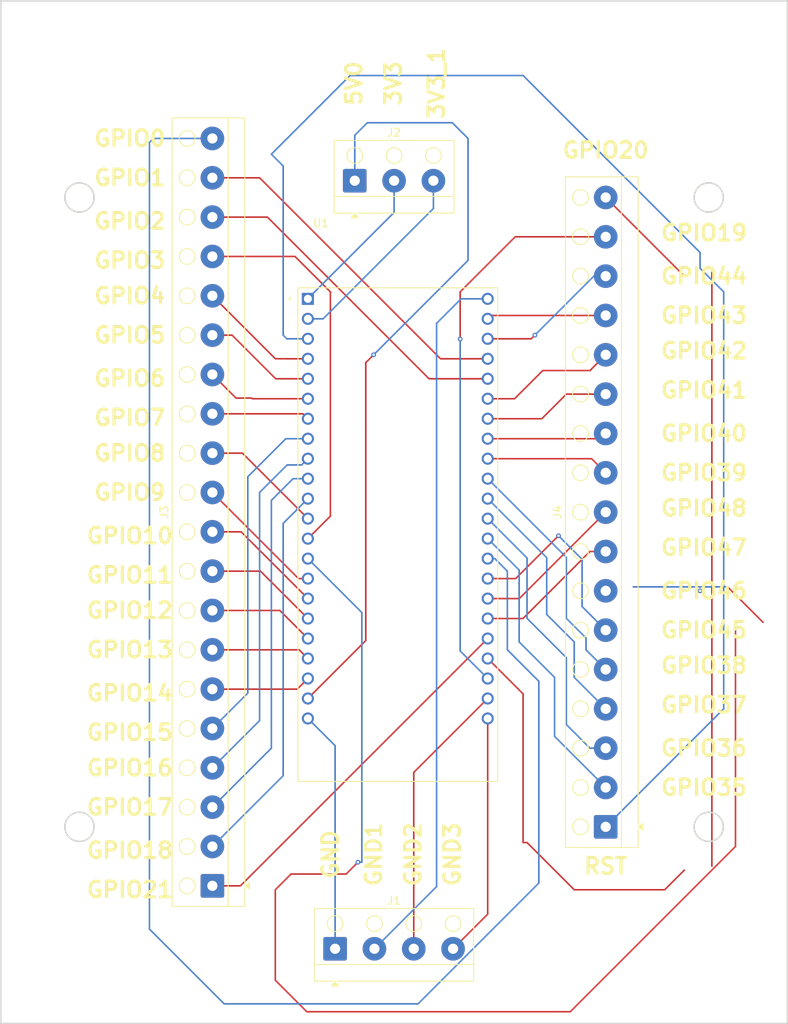
<source format=kicad_pcb>
(kicad_pcb (version 20241229) (generator "pcbnew") (generator_version "9.0")
  (layers (0 "F.Cu" signal) (2 "B.Cu" signal) (13 "F.Paste" user) (15 "B.Paste" user) (5 "F.SilkS" user "F.Silkscreen") (7 "B.SilkS" user "B.Silkscreen") (1 "F.Mask" user) (3 "B.Mask" user) (25 "Edge.Cuts" user))
  (net 0 "")
  (net 1 "Net-(J1-Pin_4)")
  (net 2 "Net-(J1-Pin_2)")
  (net 3 "Net-(J1-Pin_3)")
  (net 4 "Net-(J1-Pin_1)")
  (net 5 "Net-(J3-Pin_17)")
  (net 6 "Net-(J3-Pin_9)")
  (net 7 "Net-(J3-Pin_13)")
  (net 8 "Net-(J3-Pin_2)")
  (net 9 "Net-(J3-Pin_1)")
  (net 10 "Net-(J3-Pin_11)")
  (net 11 "Net-(J3-Pin_18)")
  (net 12 "Net-(J3-Pin_5)")
  (net 13 "Net-(J3-Pin_8)")
  (net 14 "Net-(J3-Pin_7)")
  (net 15 "Net-(J3-Pin_3)")
  (net 16 "Net-(J3-Pin_12)")
  (net 17 "Net-(J3-Pin_16)")
  (net 18 "Net-(J3-Pin_19)")
  (net 19 "Net-(J3-Pin_20)")
  (net 20 "Net-(J3-Pin_14)")
  (net 21 "Net-(J3-Pin_10)")
  (net 22 "Net-(J3-Pin_6)")
  (net 23 "Net-(J3-Pin_15)")
  (net 24 "Net-(J3-Pin_4)")
  (net 25 "Net-(J4-Pin_14)")
  (net 26 "Net-(J4-Pin_13)")
  (net 27 "Net-(J4-Pin_15)")
  (net 28 "Net-(J4-Pin_1)")
  (net 29 "Net-(J4-Pin_8)")
  (net 30 "Net-(J4-Pin_2)")
  (net 31 "Net-(J4-Pin_7)")
  (net 32 "Net-(J4-Pin_4)")
  (net 33 "Net-(J4-Pin_12)")
  (net 34 "Net-(J4-Pin_16)")
  (net 35 "Net-(J4-Pin_5)")
  (net 36 "Net-(J4-Pin_11)")
  (net 37 "Net-(J4-Pin_3)")
  (net 38 "Net-(J4-Pin_17)")
  (net 39 "Net-(J4-Pin_6)")
  (net 40 "Net-(J4-Pin_9)")
  (net 41 "Net-(J4-Pin_10)")
  (net 42 "Net-(J2-Pin_1)")
  (net 43 "Net-(J2-Pin_3)")
  (net 44 "Net-(J2-Pin_2)")
  (footprint "TerminalBlock_Altech:Altech_AK100_1x04_P5.00mm" (layer "F.Cu") (at 106.5995 149)
    (property "Reference" "J1" (at 7.5 -6.12 0) (layer "F.SilkS"))
    (property "Value" "Screw_Terminal_01x04")
    (fp_line (start -2.62 -5.12) (end 17.62 -5.12) (stroke (width 0.12)) (layer "F.SilkS"))
    (fp_line (start -2.62 2) (end 17.62 2) (stroke (width 0.12)) (layer "F.SilkS"))
    (fp_line (start -2.62 4.12) (end -2.62 -5.12) (stroke (width 0.12)) (layer "F.SilkS"))
    (fp_line (start -0.3 4.12) (end -2.62 4.12) (stroke (width 0.12)) (layer "F.SilkS"))
    (fp_line (start 17.62 -5.12) (end 17.62 4.12) (stroke (width 0.12)) (layer "F.SilkS"))
    (fp_line (start 17.62 4.12) (end 0.3 4.12) (stroke (width 0.12)) (layer "F.SilkS"))
    (fp_circle (center 0 -3.2) (end 1 -3.2) (stroke (width 0.12)) (fill no) (layer "F.SilkS"))
    (fp_circle (center 5 -3.2) (end 6 -3.2) (stroke (width 0.12)) (fill no) (layer "F.SilkS"))
    (fp_circle (center 10 -3.2) (end 11 -3.2) (stroke (width 0.12)) (fill no) (layer "F.SilkS"))
    (fp_circle (center 15 -3.2) (end 16 -3.2) (stroke (width 0.12)) (fill no) (layer "F.SilkS"))
    (fp_poly (pts (xy 0 4.12) (xy 0.44 4.73) (xy -0.44 4.73)) (stroke (width 0.12)) (fill yes) (layer "F.SilkS"))
    (pad "1" thru_hole roundrect (at 0 0) (size 3 3) (drill 1.3) (layers "*.Cu" "*.Mask") (roundrect_rratio 0.083333) (net 4 "Net-(J1-Pin_1)"))
    (pad "2" thru_hole circle (at 5 0) (size 3 3) (drill 1.3) (layers "*.Cu" "*.Mask") (net 2 "Net-(J1-Pin_2)"))
    (pad "3" thru_hole circle (at 10 0) (size 3 3) (drill 1.3) (layers "*.Cu" "*.Mask") (net 3 "Net-(J1-Pin_3)"))
    (pad "4" thru_hole circle (at 15 0) (size 3 3) (drill 1.3) (layers "*.Cu" "*.Mask") (net 1 "Net-(J1-Pin_4)"))
  )
  (footprint "TerminalBlock_Altech:Altech_AK100_1x17_P5.00mm" (layer "F.Cu") (at 141 133.5 90)
    (property "Reference" "J4" (at 40 -6.12 90) (layer "F.SilkS"))
    (property "Value" "Screw_Terminal_01x17")
    (fp_line (start 82.62 -5.12) (end 82.62 4.12) (stroke (width 0.12)) (layer "F.SilkS"))
    (fp_line (start -2.62 -5.12) (end 82.62 -5.12) (stroke (width 0.12)) (layer "F.SilkS"))
    (fp_line (start -2.62 2) (end 82.62 2) (stroke (width 0.12)) (layer "F.SilkS"))
    (fp_line (start 82.62 4.12) (end 0.3 4.12) (stroke (width 0.12)) (layer "F.SilkS"))
    (fp_line (start -0.3 4.12) (end -2.62 4.12) (stroke (width 0.12)) (layer "F.SilkS"))
    (fp_line (start -2.62 4.12) (end -2.62 -5.12) (stroke (width 0.12)) (layer "F.SilkS"))
    (fp_circle (center 80 -3.2) (end 81 -3.2) (stroke (width 0.12)) (fill no) (layer "F.SilkS"))
    (fp_circle (center 75 -3.2) (end 76 -3.2) (stroke (width 0.12)) (fill no) (layer "F.SilkS"))
    (fp_circle (center 70 -3.2) (end 71 -3.2) (stroke (width 0.12)) (fill no) (layer "F.SilkS"))
    (fp_circle (center 65 -3.2) (end 66 -3.2) (stroke (width 0.12)) (fill no) (layer "F.SilkS"))
    (fp_circle (center 60 -3.2) (end 61 -3.2) (stroke (width 0.12)) (fill no) (layer "F.SilkS"))
    (fp_circle (center 55 -3.2) (end 56 -3.2) (stroke (width 0.12)) (fill no) (layer "F.SilkS"))
    (fp_circle (center 50 -3.2) (end 51 -3.2) (stroke (width 0.12)) (fill no) (layer "F.SilkS"))
    (fp_circle (center 45 -3.2) (end 46 -3.2) (stroke (width 0.12)) (fill no) (layer "F.SilkS"))
    (fp_circle (center 40 -3.2) (end 41 -3.2) (stroke (width 0.12)) (fill no) (layer "F.SilkS"))
    (fp_circle (center 35 -3.2) (end 36 -3.2) (stroke (width 0.12)) (fill no) (layer "F.SilkS"))
    (fp_circle (center 30 -3.2) (end 31 -3.2) (stroke (width 0.12)) (fill no) (layer "F.SilkS"))
    (fp_circle (center 25 -3.2) (end 26 -3.2) (stroke (width 0.12)) (fill no) (layer "F.SilkS"))
    (fp_circle (center 20 -3.2) (end 21 -3.2) (stroke (width 0.12)) (fill no) (layer "F.SilkS"))
    (fp_circle (center 15 -3.2) (end 16 -3.2) (stroke (width 0.12)) (fill no) (layer "F.SilkS"))
    (fp_circle (center 10 -3.2) (end 11 -3.2) (stroke (width 0.12)) (fill no) (layer "F.SilkS"))
    (fp_circle (center 5 -3.2) (end 6 -3.2) (stroke (width 0.12)) (fill no) (layer "F.SilkS"))
    (fp_circle (center 0 -3.2) (end 1 -3.2) (stroke (width 0.12)) (fill no) (layer "F.SilkS"))
    (fp_poly (pts (xy 0 4.12) (xy 0.44 4.73) (xy -0.44 4.73)) (stroke (width 0.12)) (fill yes) (layer "F.SilkS"))
    (pad "1" thru_hole roundrect (at 0 0 90) (size 3 3) (drill 1.3) (layers "*.Cu" "*.Mask") (roundrect_rratio 0.083333) (net 28 "Net-(J4-Pin_1)"))
    (pad "2" thru_hole circle (at 5 0 90) (size 3 3) (drill 1.3) (layers "*.Cu" "*.Mask") (net 30 "Net-(J4-Pin_2)"))
    (pad "3" thru_hole circle (at 10 0 90) (size 3 3) (drill 1.3) (layers "*.Cu" "*.Mask") (net 37 "Net-(J4-Pin_3)"))
    (pad "4" thru_hole circle (at 15 0 90) (size 3 3) (drill 1.3) (layers "*.Cu" "*.Mask") (net 32 "Net-(J4-Pin_4)"))
    (pad "5" thru_hole circle (at 20 0 90) (size 3 3) (drill 1.3) (layers "*.Cu" "*.Mask") (net 35 "Net-(J4-Pin_5)"))
    (pad "6" thru_hole circle (at 25 0 90) (size 3 3) (drill 1.3) (layers "*.Cu" "*.Mask") (net 39 "Net-(J4-Pin_6)"))
    (pad "7" thru_hole circle (at 30 0 90) (size 3 3) (drill 1.3) (layers "*.Cu" "*.Mask") (net 31 "Net-(J4-Pin_7)"))
    (pad "8" thru_hole circle (at 35 0 90) (size 3 3) (drill 1.3) (layers "*.Cu" "*.Mask") (net 29 "Net-(J4-Pin_8)"))
    (pad "9" thru_hole circle (at 40 0 90) (size 3 3) (drill 1.3) (layers "*.Cu" "*.Mask") (net 40 "Net-(J4-Pin_9)"))
    (pad "10" thru_hole circle (at 45 0 90) (size 3 3) (drill 1.3) (layers "*.Cu" "*.Mask") (net 41 "Net-(J4-Pin_10)"))
    (pad "11" thru_hole circle (at 50 0 90) (size 3 3) (drill 1.3) (layers "*.Cu" "*.Mask") (net 36 "Net-(J4-Pin_11)"))
    (pad "12" thru_hole circle (at 55 0 90) (size 3 3) (drill 1.3) (layers "*.Cu" "*.Mask") (net 33 "Net-(J4-Pin_12)"))
    (pad "13" thru_hole circle (at 60 0 90) (size 3 3) (drill 1.3) (layers "*.Cu" "*.Mask") (net 26 "Net-(J4-Pin_13)"))
    (pad "14" thru_hole circle (at 65 0 90) (size 3 3) (drill 1.3) (layers "*.Cu" "*.Mask") (net 25 "Net-(J4-Pin_14)"))
    (pad "15" thru_hole circle (at 70 0 90) (size 3 3) (drill 1.3) (layers "*.Cu" "*.Mask") (net 27 "Net-(J4-Pin_15)"))
    (pad "16" thru_hole circle (at 75 0 90) (size 3 3) (drill 1.3) (layers "*.Cu" "*.Mask") (net 34 "Net-(J4-Pin_16)"))
    (pad "17" thru_hole circle (at 80 0 90) (size 3 3) (drill 1.3) (layers "*.Cu" "*.Mask") (net 38 "Net-(J4-Pin_17)"))
  )
  (footprint "TerminalBlock_Altech:Altech_AK100_1x03_P5.00mm" (layer "F.Cu") (at 109.0995 51.3675)
    (property "Reference" "J2" (at 5 -6.12 0) (layer "F.SilkS"))
    (property "Value" "Screw_Terminal_01x03")
    (fp_line (start -2.62 -5.12) (end 12.62 -5.12) (stroke (width 0.12)) (layer "F.SilkS"))
    (fp_line (start -2.62 2) (end 12.62 2) (stroke (width 0.12)) (layer "F.SilkS"))
    (fp_line (start -2.62 4.12) (end -2.62 -5.12) (stroke (width 0.12)) (layer "F.SilkS"))
    (fp_line (start -0.3 4.12) (end -2.62 4.12) (stroke (width 0.12)) (layer "F.SilkS"))
    (fp_line (start 12.62 -5.12) (end 12.62 4.12) (stroke (width 0.12)) (layer "F.SilkS"))
    (fp_line (start 12.62 4.12) (end 0.3 4.12) (stroke (width 0.12)) (layer "F.SilkS"))
    (fp_circle (center 0 -3.2) (end 1 -3.2) (stroke (width 0.12)) (fill no) (layer "F.SilkS"))
    (fp_circle (center 5 -3.2) (end 6 -3.2) (stroke (width 0.12)) (fill no) (layer "F.SilkS"))
    (fp_circle (center 10 -3.2) (end 11 -3.2) (stroke (width 0.12)) (fill no) (layer "F.SilkS"))
    (fp_poly (pts (xy 0 4.12) (xy 0.44 4.73) (xy -0.44 4.73)) (stroke (width 0.12)) (fill yes) (layer "F.SilkS"))
    (pad "1" thru_hole roundrect (at 0 0) (size 3 3) (drill 1.3) (layers "*.Cu" "*.Mask") (roundrect_rratio 0.083333) (net 42 "Net-(J2-Pin_1)"))
    (pad "2" thru_hole circle (at 5 0) (size 3 3) (drill 1.3) (layers "*.Cu" "*.Mask") (net 44 "Net-(J2-Pin_2)"))
    (pad "3" thru_hole circle (at 10 0) (size 3 3) (drill 1.3) (layers "*.Cu" "*.Mask") (net 43 "Net-(J2-Pin_3)"))
  )
  (footprint "TerminalBlock_Altech:Altech_AK100_1x20_P5.00mm" (layer "F.Cu") (at 91 141 90)
    (property "Reference" "J3" (at 47.5 -6.12 90) (layer "F.SilkS"))
    (property "Value" "Screw_Terminal_01x20")
    (fp_line (start 97.62 -5.12) (end 97.62 4.12) (stroke (width 0.12)) (layer "F.SilkS"))
    (fp_line (start -2.62 -5.12) (end 97.62 -5.12) (stroke (width 0.12)) (layer "F.SilkS"))
    (fp_line (start -2.62 2) (end 97.62 2) (stroke (width 0.12)) (layer "F.SilkS"))
    (fp_line (start 97.62 4.12) (end 0.3 4.12) (stroke (width 0.12)) (layer "F.SilkS"))
    (fp_line (start -0.3 4.12) (end -2.62 4.12) (stroke (width 0.12)) (layer "F.SilkS"))
    (fp_line (start -2.62 4.12) (end -2.62 -5.12) (stroke (width 0.12)) (layer "F.SilkS"))
    (fp_circle (center 95 -3.2) (end 96 -3.2) (stroke (width 0.12)) (fill no) (layer "F.SilkS"))
    (fp_circle (center 90 -3.2) (end 91 -3.2) (stroke (width 0.12)) (fill no) (layer "F.SilkS"))
    (fp_circle (center 85 -3.2) (end 86 -3.2) (stroke (width 0.12)) (fill no) (layer "F.SilkS"))
    (fp_circle (center 80 -3.2) (end 81 -3.2) (stroke (width 0.12)) (fill no) (layer "F.SilkS"))
    (fp_circle (center 75 -3.2) (end 76 -3.2) (stroke (width 0.12)) (fill no) (layer "F.SilkS"))
    (fp_circle (center 70 -3.2) (end 71 -3.2) (stroke (width 0.12)) (fill no) (layer "F.SilkS"))
    (fp_circle (center 65 -3.2) (end 66 -3.2) (stroke (width 0.12)) (fill no) (layer "F.SilkS"))
    (fp_circle (center 60 -3.2) (end 61 -3.2) (stroke (width 0.12)) (fill no) (layer "F.SilkS"))
    (fp_circle (center 55 -3.2) (end 56 -3.2) (stroke (width 0.12)) (fill no) (layer "F.SilkS"))
    (fp_circle (center 50 -3.2) (end 51 -3.2) (stroke (width 0.12)) (fill no) (layer "F.SilkS"))
    (fp_circle (center 45 -3.2) (end 46 -3.2) (stroke (width 0.12)) (fill no) (layer "F.SilkS"))
    (fp_circle (center 40 -3.2) (end 41 -3.2) (stroke (width 0.12)) (fill no) (layer "F.SilkS"))
    (fp_circle (center 35 -3.2) (end 36 -3.2) (stroke (width 0.12)) (fill no) (layer "F.SilkS"))
    (fp_circle (center 30 -3.2) (end 31 -3.2) (stroke (width 0.12)) (fill no) (layer "F.SilkS"))
    (fp_circle (center 25 -3.2) (end 26 -3.2) (stroke (width 0.12)) (fill no) (layer "F.SilkS"))
    (fp_circle (center 20 -3.2) (end 21 -3.2) (stroke (width 0.12)) (fill no) (layer "F.SilkS"))
    (fp_circle (center 15 -3.2) (end 16 -3.2) (stroke (width 0.12)) (fill no) (layer "F.SilkS"))
    (fp_circle (center 10 -3.2) (end 11 -3.2) (stroke (width 0.12)) (fill no) (layer "F.SilkS"))
    (fp_circle (center 5 -3.2) (end 6 -3.2) (stroke (width 0.12)) (fill no) (layer "F.SilkS"))
    (fp_circle (center 0 -3.2) (end 1 -3.2) (stroke (width 0.12)) (fill no) (layer "F.SilkS"))
    (fp_poly (pts (xy 0 4.12) (xy 0.44 4.73) (xy -0.44 4.73)) (stroke (width 0.12)) (fill yes) (layer "F.SilkS"))
    (pad "1" thru_hole roundrect (at 0 0 90) (size 3 3) (drill 1.3) (layers "*.Cu" "*.Mask") (roundrect_rratio 0.083333) (net 9 "Net-(J3-Pin_1)"))
    (pad "2" thru_hole circle (at 5 0 90) (size 3 3) (drill 1.3) (layers "*.Cu" "*.Mask") (net 8 "Net-(J3-Pin_2)"))
    (pad "3" thru_hole circle (at 10 0 90) (size 3 3) (drill 1.3) (layers "*.Cu" "*.Mask") (net 15 "Net-(J3-Pin_3)"))
    (pad "4" thru_hole circle (at 15 0 90) (size 3 3) (drill 1.3) (layers "*.Cu" "*.Mask") (net 24 "Net-(J3-Pin_4)"))
    (pad "5" thru_hole circle (at 20 0 90) (size 3 3) (drill 1.3) (layers "*.Cu" "*.Mask") (net 12 "Net-(J3-Pin_5)"))
    (pad "6" thru_hole circle (at 25 0 90) (size 3 3) (drill 1.3) (layers "*.Cu" "*.Mask") (net 22 "Net-(J3-Pin_6)"))
    (pad "7" thru_hole circle (at 30 0 90) (size 3 3) (drill 1.3) (layers "*.Cu" "*.Mask") (net 14 "Net-(J3-Pin_7)"))
    (pad "8" thru_hole circle (at 35 0 90) (size 3 3) (drill 1.3) (layers "*.Cu" "*.Mask") (net 13 "Net-(J3-Pin_8)"))
    (pad "9" thru_hole circle (at 40 0 90) (size 3 3) (drill 1.3) (layers "*.Cu" "*.Mask") (net 6 "Net-(J3-Pin_9)"))
    (pad "10" thru_hole circle (at 45 0 90) (size 3 3) (drill 1.3) (layers "*.Cu" "*.Mask") (net 21 "Net-(J3-Pin_10)"))
    (pad "11" thru_hole circle (at 50 0 90) (size 3 3) (drill 1.3) (layers "*.Cu" "*.Mask") (net 10 "Net-(J3-Pin_11)"))
    (pad "12" thru_hole circle (at 55 0 90) (size 3 3) (drill 1.3) (layers "*.Cu" "*.Mask") (net 16 "Net-(J3-Pin_12)"))
    (pad "13" thru_hole circle (at 60 0 90) (size 3 3) (drill 1.3) (layers "*.Cu" "*.Mask") (net 7 "Net-(J3-Pin_13)"))
    (pad "14" thru_hole circle (at 65 0 90) (size 3 3) (drill 1.3) (layers "*.Cu" "*.Mask") (net 20 "Net-(J3-Pin_14)"))
    (pad "15" thru_hole circle (at 70 0 90) (size 3 3) (drill 1.3) (layers "*.Cu" "*.Mask") (net 23 "Net-(J3-Pin_15)"))
    (pad "16" thru_hole circle (at 75 0 90) (size 3 3) (drill 1.3) (layers "*.Cu" "*.Mask") (net 17 "Net-(J3-Pin_16)"))
    (pad "17" thru_hole circle (at 80 0 90) (size 3 3) (drill 1.3) (layers "*.Cu" "*.Mask") (net 5 "Net-(J3-Pin_17)"))
    (pad "18" thru_hole circle (at 85 0 90) (size 3 3) (drill 1.3) (layers "*.Cu" "*.Mask") (net 11 "Net-(J3-Pin_18)"))
    (pad "19" thru_hole circle (at 90 0 90) (size 3 3) (drill 1.3) (layers "*.Cu" "*.Mask") (net 18 "Net-(J3-Pin_19)"))
    (pad "20" thru_hole circle (at 95 0 90) (size 3 3) (drill 1.3) (layers "*.Cu" "*.Mask") (net 19 "Net-(J3-Pin_20)"))
  )
  (footprint "ESP32:XCVR_ESP32-S3-DEVKITC-1-N8R2" (layer "F.Cu") (at 114.57 96.355)
    (property "Reference" "U1" (at -9.775 -39.605 0) (layer "F.SilkS"))
    (property "Value" "ESP32-S3-DEVKITC-1-N8R2")
    (fp_line (start -12.7 -31.37) (end 12.7 -31.37) (stroke (width 0.127)) (layer "F.SilkS"))
    (fp_line (start -12.7 31.37) (end -12.7 -31.37) (stroke (width 0.127)) (layer "F.SilkS"))
    (fp_line (start 12.7 -31.37) (end 12.7 31.37) (stroke (width 0.127)) (layer "F.SilkS"))
    (fp_line (start 12.7 31.37) (end -12.7 31.37) (stroke (width 0.127)) (layer "F.SilkS"))
    (fp_circle (center -13.716 -29.972) (end -13.616 -29.972) (stroke (width 0.2)) (fill no) (layer "F.SilkS"))
    (pad "J1_1" thru_hole rect (at -11.43 -29.97) (size 1.53 1.53) (drill 1.02) (layers "*.Cu" "*.Mask") (net 44 "Net-(J2-Pin_2)"))
    (pad "J1_2" thru_hole circle (at -11.43 -27.43) (size 1.53 1.53) (drill 1.02) (layers "*.Cu" "*.Mask") (net 43 "Net-(J2-Pin_3)"))
    (pad "J1_3" thru_hole circle (at -11.43 -24.89) (size 1.53 1.53) (drill 1.02) (layers "*.Cu" "*.Mask") (net 28 "Net-(J4-Pin_1)"))
    (pad "J1_4" thru_hole circle (at -11.43 -22.35) (size 1.53 1.53) (drill 1.02) (layers "*.Cu" "*.Mask") (net 17 "Net-(J3-Pin_16)"))
    (pad "J1_5" thru_hole circle (at -11.43 -19.81) (size 1.53 1.53) (drill 1.02) (layers "*.Cu" "*.Mask") (net 23 "Net-(J3-Pin_15)"))
    (pad "J1_6" thru_hole circle (at -11.43 -17.27) (size 1.53 1.53) (drill 1.02) (layers "*.Cu" "*.Mask") (net 20 "Net-(J3-Pin_14)"))
    (pad "J1_7" thru_hole circle (at -11.43 -14.73) (size 1.53 1.53) (drill 1.02) (layers "*.Cu" "*.Mask") (net 7 "Net-(J3-Pin_13)"))
    (pad "J1_8" thru_hole circle (at -11.43 -12.19) (size 1.53 1.53) (drill 1.02) (layers "*.Cu" "*.Mask") (net 12 "Net-(J3-Pin_5)"))
    (pad "J1_9" thru_hole circle (at -11.43 -9.65) (size 1.53 1.53) (drill 1.02) (layers "*.Cu" "*.Mask") (net 24 "Net-(J3-Pin_4)"))
    (pad "J1_10" thru_hole circle (at -11.43 -7.11) (size 1.53 1.53) (drill 1.02) (layers "*.Cu" "*.Mask") (net 15 "Net-(J3-Pin_3)"))
    (pad "J1_11" thru_hole circle (at -11.43 -4.57) (size 1.53 1.53) (drill 1.02) (layers "*.Cu" "*.Mask") (net 8 "Net-(J3-Pin_2)"))
    (pad "J1_12" thru_hole circle (at -11.43 -2.03) (size 1.53 1.53) (drill 1.02) (layers "*.Cu" "*.Mask") (net 16 "Net-(J3-Pin_12)"))
    (pad "J1_13" thru_hole circle (at -11.43 0.51) (size 1.53 1.53) (drill 1.02) (layers "*.Cu" "*.Mask") (net 5 "Net-(J3-Pin_17)"))
    (pad "J1_14" thru_hole circle (at -11.43 3.05) (size 1.53 1.53) (drill 1.02) (layers "*.Cu" "*.Mask") (net 31 "Net-(J4-Pin_7)"))
    (pad "J1_15" thru_hole circle (at -11.43 5.59) (size 1.53 1.53) (drill 1.02) (layers "*.Cu" "*.Mask") (net 10 "Net-(J3-Pin_11)"))
    (pad "J1_16" thru_hole circle (at -11.43 8.13) (size 1.53 1.53) (drill 1.02) (layers "*.Cu" "*.Mask") (net 21 "Net-(J3-Pin_10)"))
    (pad "J1_17" thru_hole circle (at -11.43 10.67) (size 1.53 1.53) (drill 1.02) (layers "*.Cu" "*.Mask") (net 6 "Net-(J3-Pin_9)"))
    (pad "J1_18" thru_hole circle (at -11.43 13.21) (size 1.53 1.53) (drill 1.02) (layers "*.Cu" "*.Mask") (net 13 "Net-(J3-Pin_8)"))
    (pad "J1_19" thru_hole circle (at -11.43 15.75) (size 1.53 1.53) (drill 1.02) (layers "*.Cu" "*.Mask") (net 14 "Net-(J3-Pin_7)"))
    (pad "J1_20" thru_hole circle (at -11.43 18.29) (size 1.53 1.53) (drill 1.02) (layers "*.Cu" "*.Mask") (net 22 "Net-(J3-Pin_6)"))
    (pad "J1_21" thru_hole circle (at -11.43 20.83) (size 1.53 1.53) (drill 1.02) (layers "*.Cu" "*.Mask") (net 42 "Net-(J2-Pin_1)"))
    (pad "J1_22" thru_hole circle (at -11.43 23.37) (size 1.53 1.53) (drill 1.02) (layers "*.Cu" "*.Mask") (net 4 "Net-(J1-Pin_1)"))
    (pad "J3_1" thru_hole circle (at 11.43 -29.97) (size 1.53 1.53) (drill 1.02) (layers "*.Cu" "*.Mask") (net 2 "Net-(J1-Pin_2)"))
    (pad "J3_2" thru_hole circle (at 11.43 -27.43) (size 1.53 1.53) (drill 1.02) (layers "*.Cu" "*.Mask") (net 25 "Net-(J4-Pin_14)"))
    (pad "J3_3" thru_hole circle (at 11.43 -24.89) (size 1.53 1.53) (drill 1.02) (layers "*.Cu" "*.Mask") (net 27 "Net-(J4-Pin_15)"))
    (pad "J3_4" thru_hole circle (at 11.43 -22.35) (size 1.53 1.53) (drill 1.02) (layers "*.Cu" "*.Mask") (net 18 "Net-(J3-Pin_19)"))
    (pad "J3_5" thru_hole circle (at 11.43 -19.81) (size 1.53 1.53) (drill 1.02) (layers "*.Cu" "*.Mask") (net 11 "Net-(J3-Pin_18)"))
    (pad "J3_6" thru_hole circle (at 11.43 -17.27) (size 1.53 1.53) (drill 1.02) (layers "*.Cu" "*.Mask") (net 26 "Net-(J4-Pin_13)"))
    (pad "J3_7" thru_hole circle (at 11.43 -14.73) (size 1.53 1.53) (drill 1.02) (layers "*.Cu" "*.Mask") (net 33 "Net-(J4-Pin_12)"))
    (pad "J3_8" thru_hole circle (at 11.43 -12.19) (size 1.53 1.53) (drill 1.02) (layers "*.Cu" "*.Mask") (net 36 "Net-(J4-Pin_11)"))
    (pad "J3_9" thru_hole circle (at 11.43 -9.65) (size 1.53 1.53) (drill 1.02) (layers "*.Cu" "*.Mask") (net 41 "Net-(J4-Pin_10)"))
    (pad "J3_10" thru_hole circle (at 11.43 -7.11) (size 1.53 1.53) (drill 1.02) (layers "*.Cu" "*.Mask") (net 35 "Net-(J4-Pin_5)"))
    (pad "J3_11" thru_hole circle (at 11.43 -4.57) (size 1.53 1.53) (drill 1.02) (layers "*.Cu" "*.Mask") (net 32 "Net-(J4-Pin_4)"))
    (pad "J3_12" thru_hole circle (at 11.43 -2.03) (size 1.53 1.53) (drill 1.02) (layers "*.Cu" "*.Mask") (net 37 "Net-(J4-Pin_3)"))
    (pad "J3_13" thru_hole circle (at 11.43 0.51) (size 1.53 1.53) (drill 1.02) (layers "*.Cu" "*.Mask") (net 30 "Net-(J4-Pin_2)"))
    (pad "J3_14" thru_hole circle (at 11.43 3.05) (size 1.53 1.53) (drill 1.02) (layers "*.Cu" "*.Mask") (net 19 "Net-(J3-Pin_20)"))
    (pad "J3_15" thru_hole circle (at 11.43 5.59) (size 1.53 1.53) (drill 1.02) (layers "*.Cu" "*.Mask") (net 39 "Net-(J4-Pin_6)"))
    (pad "J3_16" thru_hole circle (at 11.43 8.13) (size 1.53 1.53) (drill 1.02) (layers "*.Cu" "*.Mask") (net 40 "Net-(J4-Pin_9)"))
    (pad "J3_17" thru_hole circle (at 11.43 10.67) (size 1.53 1.53) (drill 1.02) (layers "*.Cu" "*.Mask") (net 29 "Net-(J4-Pin_8)"))
    (pad "J3_18" thru_hole circle (at 11.43 13.21) (size 1.53 1.53) (drill 1.02) (layers "*.Cu" "*.Mask") (net 9 "Net-(J3-Pin_1)"))
    (pad "J3_19" thru_hole circle (at 11.43 15.75) (size 1.53 1.53) (drill 1.02) (layers "*.Cu" "*.Mask") (net 38 "Net-(J4-Pin_17)"))
    (pad "J3_20" thru_hole circle (at 11.43 18.29) (size 1.53 1.53) (drill 1.02) (layers "*.Cu" "*.Mask") (net 34 "Net-(J4-Pin_16)"))
    (pad "J3_21" thru_hole circle (at 11.43 20.83) (size 1.53 1.53) (drill 1.02) (layers "*.Cu" "*.Mask") (net 3 "Net-(J1-Pin_3)"))
    (pad "J3_22" thru_hole circle (at 11.43 23.37) (size 1.53 1.53) (drill 1.02) (layers "*.Cu" "*.Mask") (net 1 "Net-(J1-Pin_4)"))
  )
  (gr_line (start 64.0995 28.5) (end 164.0995 28.5) (stroke (width 0.2)) (layer "Edge.Cuts"))
  (gr_circle (center 154.0995 133.5) (end 155.9545 133.5) (stroke (width 0.2)) (fill no) (layer "Edge.Cuts"))
  (gr_circle (center 74.0995 133.5) (end 75.9545 133.5) (stroke (width 0.2)) (fill no) (layer "Edge.Cuts"))
  (gr_circle (center 74.0995 53.5) (end 75.9545 53.5) (stroke (width 0.2)) (fill no) (layer "Edge.Cuts"))
  (gr_circle (center 154.0995 53.5) (end 155.9545 53.5) (stroke (width 0.2)) (fill no) (layer "Edge.Cuts"))
  (gr_line (start 164.0995 158.5) (end 64.0995 158.5) (stroke (width 0.2)) (layer "Edge.Cuts"))
  (gr_line (start 64.0995 158.5) (end 64.0995 28.5) (stroke (width 0.2)) (layer "Edge.Cuts"))
  (gr_line (start 164.0995 28.5) (end 164.0995 158.5) (stroke (width 0.2)) (layer "Edge.Cuts"))
  (gr_text "GPIO20" (at 141 47.5 0) (layer "F.SilkS") (effects (font (size 2 2) (thickness 0.4) (bold yes))))
  (gr_text "RST" (at 141 138.5 0) (layer "F.SilkS") (effects (font (size 2 2) (thickness 0.4) (bold yes))))
  (gr_text "GPIO38\n" (at 153.5 113 0) (layer "F.SilkS") (effects (font (size 2 2) (thickness 0.4) (bold yes))))
  (gr_text "GPIO18" (at 80.5 136.5 0) (layer "F.SilkS") (effects (font (size 2 2) (thickness 0.4) (bold yes))))
  (gr_text "GPIO9" (at 80.5 91 0) (layer "F.SilkS") (effects (font (size 2 2) (thickness 0.4) (bold yes))))
  (gr_text "GPIO2\n" (at 80.5 56.5 0) (layer "F.SilkS") (effects (font (size 2 2) (thickness 0.4) (bold yes))))
  (gr_text "GPIO19" (at 153.5 58 0) (layer "F.SilkS") (effects (font (size 2 2) (thickness 0.4) (bold yes))))
  (gr_text "GPIO13" (at 80.5 111 0) (layer "F.SilkS") (effects (font (size 2 2) (thickness 0.4) (bold yes))))
  (gr_text "GND" (at 106 137 90) (layer "F.SilkS") (effects (font (size 2 2) (thickness 0.4) (bold yes))))
  (gr_text "GPIO0" (at 80.5 46 0) (layer "F.SilkS") (effects (font (size 2 2) (thickness 0.4) (bold yes))))
  (gr_text "GPIO45\n" (at 153.5 108.5 0) (layer "F.SilkS") (effects (font (size 2 2) (thickness 0.4) (bold yes))))
  (gr_text "GPIO48" (at 153.5 93 0) (layer "F.SilkS") (effects (font (size 2 2) (thickness 0.4) (bold yes))))
  (gr_text "GPIO43\n" (at 153.5 68.5 0) (layer "F.SilkS") (effects (font (size 2 2) (thickness 0.4) (bold yes))))
  (gr_text "GPIO41" (at 153.5 78 0) (layer "F.SilkS") (effects (font (size 2 2) (thickness 0.4) (bold yes))))
  (gr_text "GPIO8" (at 80.5 86 0) (layer "F.SilkS") (effects (font (size 2 2) (thickness 0.4) (bold yes))))
  (gr_text "GPIO12\n" (at 80.5 106 0) (layer "F.SilkS") (effects (font (size 2 2) (thickness 0.4) (bold yes))))
  (gr_text "3V3" (at 114 39 90) (layer "F.SilkS") (effects (font (size 2 2) (thickness 0.4) (bold yes))))
  (gr_text "GPIO6" (at 80.5 76.5 0) (layer "F.SilkS") (effects (font (size 2 2) (thickness 0.4) (bold yes))))
  (gr_text "5V0" (at 109 39 90) (layer "F.SilkS") (effects (font (size 2 2) (thickness 0.4) (bold yes))))
  (gr_text "GND3" (at 121.5 137 90) (layer "F.SilkS") (effects (font (size 2 2) (thickness 0.4) (bold yes))))
  (gr_text "GPIO44\n" (at 153.5 63.5 0) (layer "F.SilkS") (effects (font (size 2 2) (thickness 0.4) (bold yes))))
  (gr_text "GPIO1" (at 80.5 51 0) (layer "F.SilkS") (effects (font (size 2 2) (thickness 0.4) (bold yes))))
  (gr_text "GND1" (at 111.5 137 90) (layer "F.SilkS") (effects (font (size 2 2) (thickness 0.4) (bold yes))))
  (gr_text "3V3_1" (at 119.5 39 90) (layer "F.SilkS") (effects (font (size 2 2) (thickness 0.4) (bold yes))))
  (gr_text "GPIO42\n" (at 153.5 73 0) (layer "F.SilkS") (effects (font (size 2 2) (thickness 0.4) (bold yes))))
  (gr_text "GPIO47" (at 153.5 98 0) (layer "F.SilkS") (effects (font (size 2 2) (thickness 0.4) (bold yes))))
  (gr_text "GPIO7" (at 80.5 81.5 0) (layer "F.SilkS") (effects (font (size 2 2) (thickness 0.4) (bold yes))))
  (gr_text "GPIO17" (at 80.5 131 0) (layer "F.SilkS") (effects (font (size 2 2) (thickness 0.4) (bold yes))))
  (gr_text "GPIO11\n" (at 80.5 101.5 0) (layer "F.SilkS") (effects (font (size 2 2) (thickness 0.4) (bold yes))))
  (gr_text "GPIO37" (at 153.5 118 0) (layer "F.SilkS") (effects (font (size 2 2) (thickness 0.4) (bold yes))))
  (gr_text "GPIO40" (at 153.5 83.5 0) (layer "F.SilkS") (effects (font (size 2 2) (thickness 0.4) (bold yes))))
  (gr_text "GND2" (at 116.5 137 90) (layer "F.SilkS") (effects (font (size 2 2) (thickness 0.4) (bold yes))))
  (gr_text "GPIO14" (at 80.5 116.5 0) (layer "F.SilkS") (effects (font (size 2 2) (thickness 0.4) (bold yes))))
  (gr_text "GPIO16" (at 80.5 126 0) (layer "F.SilkS") (effects (font (size 2 2) (thickness 0.4) (bold yes))))
  (gr_text "GPIO36" (at 153.5 123.5 0) (layer "F.SilkS") (effects (font (size 2 2) (thickness 0.4) (bold yes))))
  (gr_text "GPIO4" (at 80.5 66 0) (layer "F.SilkS") (effects (font (size 2 2) (thickness 0.4) (bold yes))))
  (gr_text "GPIO39\n" (at 153.5 88.5 0) (layer "F.SilkS") (effects (font (size 2 2) (thickness 0.4) (bold yes))))
  (gr_text "GPIO46\n" (at 153.5 103.5 0) (layer "F.SilkS") (effects (font (size 2 2) (thickness 0.4) (bold yes))))
  (gr_text "GPIO35" (at 153.5 128.5 0) (layer "F.SilkS") (effects (font (size 2 2) (thickness 0.4) (bold yes))))
  (gr_text "GPIO21" (at 80.5 141.5 0) (layer "F.SilkS") (effects (font (size 2 2) (thickness 0.4) (bold yes))))
  (gr_text "GPIO10\n" (at 80.5 96.5 0) (layer "F.SilkS") (effects (font (size 2 2) (thickness 0.4) (bold yes))))
  (gr_text "GPIO5" (at 80.5 71 0) (layer "F.SilkS") (effects (font (size 2 2) (thickness 0.4) (bold yes))))
  (gr_text "GPIO3\n" (at 80.5 61.5 0) (layer "F.SilkS") (effects (font (size 2 2) (thickness 0.4) (bold yes))))
  (gr_text "GPIO15" (at 80.5 121.5 0) (layer "F.SilkS") (effects (font (size 2 2) (thickness 0.4) (bold yes))))
  (segment (start 126 144.5995) (end 121.5995 149) (width 0.2) (layer "F.Cu") (net 1))
  (segment (start 126 119.725) (end 126 144.5995) (width 0.2) (layer "F.Cu") (net 1))
  (segment (start 119.5 69.5) (end 122.615 66.385) (width 0.2) (layer "B.Cu") (net 2))
  (segment (start 122.615 66.385) (end 126 66.385) (width 0.2) (layer "B.Cu") (net 2))
  (segment (start 119.5 141.0995) (end 119.5 69.5) (width 0.2) (layer "B.Cu") (net 2))
  (segment (start 111.5995 149) (end 119.5 141.0995) (width 0.2) (layer "B.Cu") (net 2))
  (segment (start 126 117.185) (end 116.5995 126.5855) (width 0.2) (layer "F.Cu") (net 3))
  (segment (start 116.5995 126.5855) (end 116.5995 149) (width 0.2) (layer "F.Cu") (net 3))
  (segment (start 106.5995 123.1845) (end 103.14 119.725) (width 0.2) (layer "B.Cu") (net 4))
  (segment (start 106.5995 149) (end 106.5995 123.1845) (width 0.2) (layer "B.Cu") (net 4))
  (segment (start 106 94.005) (end 106 65.5) (width 0.2) (layer "F.Cu") (net 5))
  (segment (start 106 65.5) (end 101.5 61) (width 0.2) (layer "F.Cu") (net 5))
  (segment (start 101.5 61) (end 91 61) (width 0.2) (layer "F.Cu") (net 5))
  (segment (start 103.14 96.865) (end 106 94.005) (width 0.2) (layer "F.Cu") (net 5))
  (segment (start 97.115 101) (end 103.14 107.025) (width 0.2) (layer "F.Cu") (net 6))
  (segment (start 91 101) (end 97.115 101) (width 0.2) (layer "F.Cu") (net 6))
  (segment (start 102.515 81) (end 103.14 81.625) (width 0.2) (layer "F.Cu") (net 7))
  (segment (start 91 81) (end 102.515 81) (width 0.2) (layer "F.Cu") (net 7))
  (segment (start 100 127) (end 100 94.925) (width 0.2) (layer "B.Cu") (net 8))
  (segment (start 100 94.925) (end 103.14 91.785) (width 0.2) (layer "B.Cu") (net 8))
  (segment (start 91 136) (end 100 127) (width 0.2) (layer "B.Cu") (net 8))
  (segment (start 94.565 141) (end 126 109.565) (width 0.2) (layer "F.Cu") (net 9))
  (segment (start 91 141) (end 94.565 141) (width 0.2) (layer "F.Cu") (net 9))
  (segment (start 91 91) (end 101.945 101.945) (width 0.2) (layer "F.Cu") (net 10))
  (segment (start 101.945 101.945) (end 103.14 101.945) (width 0.2) (layer "F.Cu") (net 10))
  (segment (start 118.545 76.545) (end 98 56) (width 0.2) (layer "F.Cu") (net 11))
  (segment (start 126 76.545) (end 118.545 76.545) (width 0.2) (layer "F.Cu") (net 11))
  (segment (start 98 56) (end 91 56) (width 0.2) (layer "F.Cu") (net 11))
  (segment (start 95.5 89) (end 100.335 84.165) (width 0.2) (layer "B.Cu") (net 12))
  (segment (start 95.5 116.5) (end 95.5 89) (width 0.2) (layer "B.Cu") (net 12))
  (segment (start 100.335 84.165) (end 103.14 84.165) (width 0.2) (layer "B.Cu") (net 12))
  (segment (start 91 121) (end 95.5 116.5) (width 0.2) (layer "B.Cu") (net 12))
  (segment (start 99.575 106) (end 103.14 109.565) (width 0.2) (layer "F.Cu") (net 13))
  (segment (start 91 106) (end 99.575 106) (width 0.2) (layer "F.Cu") (net 13))
  (segment (start 102.035 111) (end 103.14 112.105) (width 0.2) (layer "F.Cu") (net 14))
  (segment (start 91 111) (end 102.035 111) (width 0.2) (layer "F.Cu") (net 14))
  (segment (start 101.255 89.245) (end 103.14 89.245) (width 0.2) (layer "B.Cu") (net 15))
  (segment (start 91 131) (end 98.5 123.5) (width 0.2) (layer "B.Cu") (net 15))
  (segment (start 98.5 92) (end 101.255 89.245) (width 0.2) (layer "B.Cu") (net 15))
  (segment (start 98.5 123.5) (end 98.5 92) (width 0.2) (layer "B.Cu") (net 15))
  (segment (start 91 86) (end 94.815 86) (width 0.2) (layer "F.Cu") (net 16))
  (segment (start 94.815 86) (end 103.14 94.325) (width 0.2) (layer "F.Cu") (net 16))
  (segment (start 91 66) (end 99 74) (width 0.2) (layer "F.Cu") (net 17))
  (segment (start 100.5 74) (end 100.505 74.005) (width 0.2) (layer "F.Cu") (net 17))
  (segment (start 100.505 74.005) (end 103.14 74.005) (width 0.2) (layer "F.Cu") (net 17))
  (segment (start 99 74) (end 100.5 74) (width 0.2) (layer "F.Cu") (net 17))
  (segment (start 97 51) (end 91 51) (width 0.2) (layer "F.Cu") (net 18))
  (segment (start 120.005 74.005) (end 97 51) (width 0.2) (layer "F.Cu") (net 18))
  (segment (start 126 74.005) (end 120.005 74.005) (width 0.2) (layer "F.Cu") (net 18))
  (segment (start 126.905 99.405) (end 126 99.405) (width 0.2) (layer "B.Cu") (net 19))
  (segment (start 91 46) (end 83.5 46) (width 0.2) (layer "B.Cu") (net 19))
  (segment (start 117.146499 156) (end 132.5 140.646499) (width 0.2) (layer "B.Cu") (net 19))
  (segment (start 132.5 140.646499) (end 132.5 115) (width 0.2) (layer "B.Cu") (net 19))
  (segment (start 128.5 101) (end 126.905 99.405) (width 0.2) (layer "B.Cu") (net 19))
  (segment (start 83 146.5) (end 92.5 156) (width 0.2) (layer "B.Cu") (net 19))
  (segment (start 92.5 156) (end 117.146499 156) (width 0.2) (layer "B.Cu") (net 19))
  (segment (start 128.5 111) (end 128.5 101) (width 0.2) (layer "B.Cu") (net 19))
  (segment (start 83 46.5) (end 83 146.5) (width 0.2) (layer "B.Cu") (net 19))
  (segment (start 132.5 115) (end 128.5 111) (width 0.2) (layer "B.Cu") (net 19))
  (segment (start 83.5 46) (end 83 46.5) (width 0.2) (layer "B.Cu") (net 19))
  (segment (start 91 76) (end 94 79) (width 0.2) (layer "F.Cu") (net 20))
  (segment (start 94 79) (end 96 79) (width 0.2) (layer "F.Cu") (net 20))
  (segment (start 96 79) (end 96.085 79.085) (width 0.2) (layer "F.Cu") (net 20))
  (segment (start 96.085 79.085) (end 103.14 79.085) (width 0.2) (layer "F.Cu") (net 20))
  (segment (start 91 96) (end 94.655 96) (width 0.2) (layer "F.Cu") (net 21))
  (segment (start 94.655 96) (end 103.14 104.485) (width 0.2) (layer "F.Cu") (net 21))
  (segment (start 101.785 116) (end 103.14 114.645) (width 0.2) (layer "F.Cu") (net 22))
  (segment (start 91 116) (end 101.785 116) (width 0.2) (layer "F.Cu") (net 22))
  (segment (start 91 71) (end 93.5 71) (width 0.2) (layer "F.Cu") (net 23))
  (segment (start 93.5 71) (end 99.045 76.545) (width 0.2) (layer "F.Cu") (net 23))
  (segment (start 99.045 76.545) (end 103.14 76.545) (width 0.2) (layer "F.Cu") (net 23))
  (segment (start 91 126) (end 97 120) (width 0.2) (layer "B.Cu") (net 24))
  (segment (start 102.345 87.5) (end 103.14 86.705) (width 0.2) (layer "B.Cu") (net 24))
  (segment (start 100.5 87.5) (end 102.345 87.5) (width 0.2) (layer "B.Cu") (net 24))
  (segment (start 97 120) (end 97 91) (width 0.2) (layer "B.Cu") (net 24))
  (segment (start 97 91) (end 100.5 87.5) (width 0.2) (layer "B.Cu") (net 24))
  (segment (start 141 68.5) (end 126.425 68.5) (width 0.2) (layer "F.Cu") (net 25))
  (segment (start 126.425 68.5) (end 126 68.925) (width 0.2) (layer "F.Cu") (net 25))
  (segment (start 126 79.085) (end 129.415 79.085) (width 0.2) (layer "F.Cu") (net 26))
  (segment (start 133 75.5) (end 139 75.5) (width 0.2) (layer "F.Cu") (net 26))
  (segment (start 129.415 79.085) (end 133 75.5) (width 0.2) (layer "F.Cu") (net 26))
  (segment (start 139 75.5) (end 141 73.5) (width 0.2) (layer "F.Cu") (net 26))
  (segment (start 131.535 71.465) (end 132 71) (width 0.2) (layer "F.Cu") (net 27))
  (segment (start 126 71.465) (end 131.535 71.465) (width 0.2) (layer "F.Cu") (net 27))
  (via (at 132 71) (size 0.6) (drill 0.3) (layers "F.Cu" "B.Cu") (net 27))
  (segment (start 132 71) (end 139.5 63.5) (width 0.2) (layer "B.Cu") (net 27))
  (segment (start 139.5 63.5) (end 141 63.5) (width 0.2) (layer "B.Cu") (net 27))
  (segment (start 141 133.5) (end 156 118.5) (width 0.2) (layer "B.Cu") (net 28))
  (segment (start 98.5 48) (end 100 49.5) (width 0.2) (layer "B.Cu") (net 28))
  (segment (start 108.5 38) (end 98.5 48) (width 0.2) (layer "B.Cu") (net 28))
  (segment (start 156.5 103) (end 144.5 103) (width 0.2) (layer "B.Cu") (net 28))
  (segment (start 156 65.5) (end 153 62.5) (width 0.2) (layer "B.Cu") (net 28))
  (segment (start 153 62.5) (end 153 60.5) (width 0.2) (layer "B.Cu") (net 28))
  (segment (start 130.5 38) (end 108.5 38) (width 0.2) (layer "B.Cu") (net 28))
  (segment (start 100 49.5) (end 100 71) (width 0.2) (layer "B.Cu") (net 28))
  (segment (start 100 71) (end 100.465 71.465) (width 0.2) (layer "B.Cu") (net 28))
  (segment (start 153 60.5) (end 130.5 38) (width 0.2) (layer "B.Cu") (net 28))
  (segment (start 100.465 71.465) (end 103.14 71.465) (width 0.2) (layer "B.Cu") (net 28))
  (segment (start 156 118.5) (end 156 65.5) (width 0.2) (layer "B.Cu") (net 28))
  (segment (start 130.475 107.025) (end 139 98.5) (width 0.2) (layer "F.Cu") (net 29))
  (segment (start 139 98.5) (end 141 98.5) (width 0.2) (layer "F.Cu") (net 29))
  (segment (start 126 107.025) (end 130.475 107.025) (width 0.2) (layer "F.Cu") (net 29))
  (segment (start 134.5 122) (end 134.5 114.5) (width 0.2) (layer "B.Cu") (net 30))
  (segment (start 130 100.865) (end 126 96.865) (width 0.2) (layer "B.Cu") (net 30))
  (segment (start 130 110) (end 130 100.865) (width 0.2) (layer "B.Cu") (net 30))
  (segment (start 141 128.5) (end 134.5 122) (width 0.2) (layer "B.Cu") (net 30))
  (segment (start 134.5 114.5) (end 130 110) (width 0.2) (layer "B.Cu") (net 30))
  (segment (start 109.5 138) (end 108 139.5) (width 0.2) (layer "F.Cu") (net 31))
  (segment (start 99 141.5) (end 99 142) (width 0.2) (layer "F.Cu") (net 31))
  (segment (start 99 142) (end 99 153) (width 0.2) (layer "F.Cu") (net 31))
  (segment (start 136.5 157) (end 157.5 136) (width 0.2) (layer "F.Cu") (net 31))
  (segment (start 161 107.5) (end 156.5 103) (width 0.2) (layer "F.Cu") (net 31))
  (segment (start 157.5 136) (end 157.5 108) (width 0.2) (layer "F.Cu") (net 31))
  (segment (start 101 139.5) (end 99 141.5) (width 0.2) (layer "F.Cu") (net 31))
  (segment (start 108 139.5) (end 101 139.5) (width 0.2) (layer "F.Cu") (net 31))
  (segment (start 99 153) (end 103 157) (width 0.2) (layer "F.Cu") (net 31))
  (segment (start 131.5 157) (end 136.5 157) (width 0.2) (layer "F.Cu") (net 31))
  (segment (start 103 157) (end 131.5 157) (width 0.2) (layer "F.Cu") (net 31))
  (via (at 109.5 138) (size 0.6) (drill 0.3) (layers "F.Cu" "B.Cu") (net 31))
  (via (at 153 103.5) (size 0.6) (drill 0.3) (layers "F.Cu" "B.Cu") (net 31))
  (segment (start 110 106.265) (end 110 138) (width 0.2) (layer "B.Cu") (net 31))
  (segment (start 110 138) (end 109.5 138) (width 0.2) (layer "B.Cu") (net 31))
  (segment (start 103.14 99.405) (end 110 106.265) (width 0.2) (layer "B.Cu") (net 31))
  (segment (start 133.5 99.285) (end 126 91.785) (width 0.2) (layer "B.Cu") (net 32))
  (segment (start 137 114.5) (end 137 110) (width 0.2) (layer "B.Cu") (net 32))
  (segment (start 141 118.5) (end 137 114.5) (width 0.2) (layer "B.Cu") (net 32))
  (segment (start 137 110) (end 133.5 106.5) (width 0.2) (layer "B.Cu") (net 32))
  (segment (start 133.5 106.5) (end 133.5 99.285) (width 0.2) (layer "B.Cu") (net 32))
  (segment (start 126 81.625) (end 132.875 81.625) (width 0.2) (layer "F.Cu") (net 33))
  (segment (start 132.875 81.625) (end 136 78.5) (width 0.2) (layer "F.Cu") (net 33))
  (segment (start 136 78.5) (end 141 78.5) (width 0.2) (layer "F.Cu") (net 33))
  (segment (start 122.5 65.5) (end 129.5 58.5) (width 0.2) (layer "F.Cu") (net 34))
  (segment (start 129.5 58.5) (end 141 58.5) (width 0.2) (layer "F.Cu") (net 34))
  (segment (start 122.5 71.5) (end 122.5 65.5) (width 0.2) (layer "F.Cu") (net 34))
  (via (at 122.5 71.5) (size 0.6) (drill 0.3) (layers "F.Cu" "B.Cu") (net 34))
  (segment (start 122.5 71.5) (end 122.5 111.145) (width 0.2) (layer "B.Cu") (net 34))
  (segment (start 122.5 111.145) (end 126 114.645) (width 0.2) (layer "B.Cu") (net 34))
  (segment (start 141 113.5) (end 138.5 111) (width 0.2) (layer "B.Cu") (net 35))
  (segment (start 136 99.245) (end 126 89.245) (width 0.2) (layer "B.Cu") (net 35))
  (segment (start 136 107) (end 136 99.245) (width 0.2) (layer "B.Cu") (net 35))
  (segment (start 138.5 109.5) (end 136 107) (width 0.2) (layer "B.Cu") (net 35))
  (segment (start 138.5 111) (end 138.5 109.5) (width 0.2) (layer "B.Cu") (net 35))
  (segment (start 140.335 84.165) (end 141 83.5) (width 0.2) (layer "F.Cu") (net 36))
  (segment (start 126 84.165) (end 140.335 84.165) (width 0.2) (layer "F.Cu") (net 36))
  (segment (start 131 99.325) (end 131 107) (width 0.2) (layer "B.Cu") (net 37))
  (segment (start 131 107) (end 136 112) (width 0.2) (layer "B.Cu") (net 37))
  (segment (start 126 94.325) (end 131 99.325) (width 0.2) (layer "B.Cu") (net 37))
  (segment (start 139 123.5) (end 141 123.5) (width 0.2) (layer "B.Cu") (net 37))
  (segment (start 136 112) (end 136 120.5) (width 0.2) (layer "B.Cu") (net 37))
  (segment (start 136 120.5) (end 139 123.5) (width 0.2) (layer "B.Cu") (net 37))
  (segment (start 137 141.5) (end 131 135.5) (width 0.2) (layer "F.Cu") (net 38))
  (segment (start 131 135.5) (end 130.5 135.5) (width 0.2) (layer "F.Cu") (net 38))
  (segment (start 141 53.5) (end 151 63.5) (width 0.2) (layer "F.Cu") (net 38))
  (segment (start 148.5 141.5) (end 137 141.5) (width 0.2) (layer "F.Cu") (net 38))
  (segment (start 151 139) (end 148.5 141.5) (width 0.2) (layer "F.Cu") (net 38))
  (segment (start 130.5 135.5) (end 130.5 116.605) (width 0.2) (layer "F.Cu") (net 38))
  (segment (start 154.5 63) (end 154.5 138.5) (width 0.2) (layer "F.Cu") (net 38))
  (segment (start 130.5 116.605) (end 126 112.105) (width 0.2) (layer "F.Cu") (net 38))
  (segment (start 135 96.5) (end 129.555 101.945) (width 0.2) (layer "F.Cu") (net 39))
  (segment (start 129.555 101.945) (end 126 101.945) (width 0.2) (layer "F.Cu") (net 39))
  (via (at 135 96.5) (size 0.6) (drill 0.3) (layers "F.Cu" "B.Cu") (net 39))
  (segment (start 135 96.5) (end 138 99.5) (width 0.2) (layer "B.Cu") (net 39))
  (segment (start 138 105.5) (end 141 108.5) (width 0.2) (layer "B.Cu") (net 39))
  (segment (start 138 99.5) (end 138 105.5) (width 0.2) (layer "B.Cu") (net 39))
  (segment (start 130.015 104.485) (end 141 93.5) (width 0.2) (layer "F.Cu") (net 40))
  (segment (start 126 104.485) (end 130.015 104.485) (width 0.2) (layer "F.Cu") (net 40))
  (segment (start 126 86.705) (end 139.205 86.705) (width 0.2) (layer "F.Cu") (net 41))
  (segment (start 139.205 86.705) (end 141 88.5) (width 0.2) (layer "F.Cu") (net 41))
  (segment (start 103.14 117.185) (end 110.5 109.825) (width 0.2) (layer "F.Cu") (net 42))
  (segment (start 110.5 83) (end 110.5 74.5) (width 0.2) (layer "F.Cu") (net 42))
  (segment (start 110.5 74.5) (end 111.5 73.5) (width 0.2) (layer "F.Cu") (net 42))
  (segment (start 110.5 109.825) (end 110.5 83) (width 0.2) (layer "F.Cu") (net 42))
  (via (at 111.5 73.5) (size 0.6) (drill 0.3) (layers "F.Cu" "B.Cu") (net 42))
  (segment (start 123.5 46) (end 121.5 44) (width 0.2) (layer "B.Cu") (net 42))
  (segment (start 111.5 73.5) (end 123.5 61.5) (width 0.2) (layer "B.Cu") (net 42))
  (segment (start 110.699 44) (end 109.0995 45.5995) (width 0.2) (layer "B.Cu") (net 42))
  (segment (start 109.0995 45.5995) (end 109.0995 51.3675) (width 0.2) (layer "B.Cu") (net 42))
  (segment (start 121.5 44) (end 110.699 44) (width 0.2) (layer "B.Cu") (net 42))
  (segment (start 123.5 61.5) (end 123.5 46) (width 0.2) (layer "B.Cu") (net 42))
  (segment (start 105.075 68.925) (end 119.0995 54.9005) (width 0.2) (layer "B.Cu") (net 43))
  (segment (start 119.0995 54.9005) (end 119.0995 51.3675) (width 0.2) (layer "B.Cu") (net 43))
  (segment (start 103.14 68.925) (end 105.075 68.925) (width 0.2) (layer "B.Cu") (net 43))
  (segment (start 103.14 66.385) (end 103.14 66.36) (width 0.2) (layer "B.Cu") (net 44))
  (segment (start 103.14 66.36) (end 114.0995 55.4005) (width 0.2) (layer "B.Cu") (net 44))
  (segment (start 114.0995 55.4005) (end 114.0995 51.3675) (width 0.2) (layer "B.Cu") (net 44))
)
</source>
